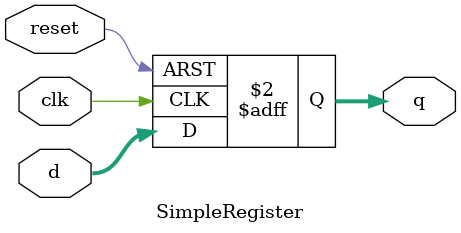
<source format=v>
`timescale 1ns / 1ps
module SimpleRegister(
    input clk,
    input reset,
    input [31:0] d,
    output reg [31:0] q
    );


always @(posedge clk or posedge reset)
	if(reset)
		q <= 32'b0;
	else	
		q <= d;


endmodule

</source>
